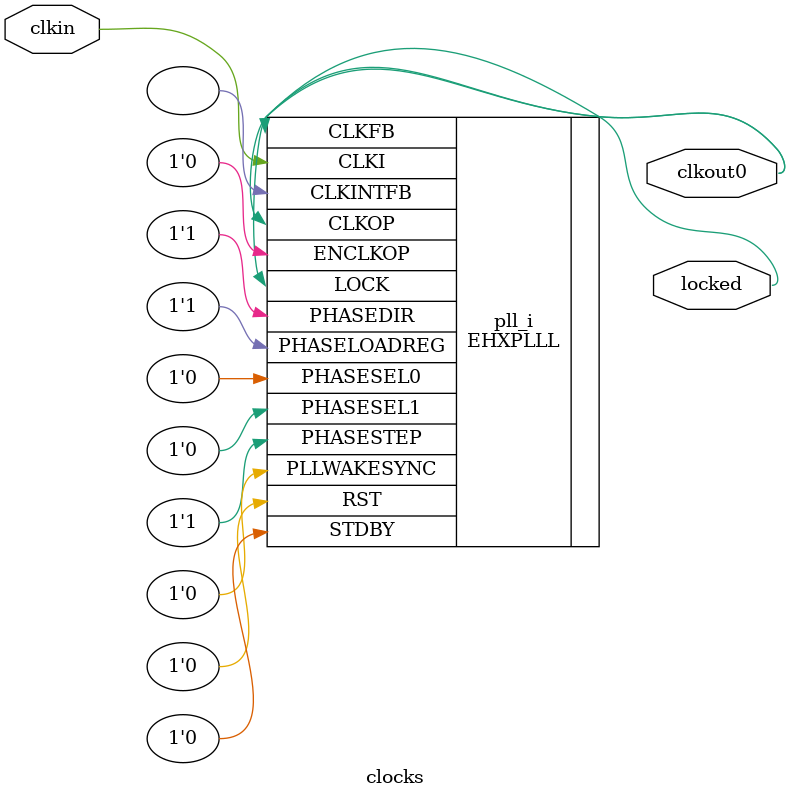
<source format=sv>
module clocks
(
    input clkin, // 25 MHz, 0 deg
    output clkout0, // 165.625 MHz, 0 deg
    output locked
);
(* FREQUENCY_PIN_CLKI="25" *)
(* FREQUENCY_PIN_CLKOP="165.625" *)
(* ICP_CURRENT="12" *) (* LPF_RESISTOR="8" *) (* MFG_ENABLE_FILTEROPAMP="1" *) (* MFG_GMCREF_SEL="2" *)
EHXPLLL #(
        .PLLRST_ENA("DISABLED"),
        .INTFB_WAKE("DISABLED"),
        .STDBY_ENABLE("DISABLED"),
        .DPHASE_SOURCE("DISABLED"),
        .OUTDIVIDER_MUXA("DIVA"),
        .OUTDIVIDER_MUXB("DIVB"),
        .OUTDIVIDER_MUXC("DIVC"),
        .OUTDIVIDER_MUXD("DIVD"),
        .CLKI_DIV(8),
        .CLKOP_ENABLE("ENABLED"),
        .CLKOP_DIV(4),
        .CLKOP_CPHASE(1),
        .CLKOP_FPHASE(0),
        .FEEDBK_PATH("CLKOP"),
        .CLKFB_DIV(53)
    ) pll_i (
        .RST(1'b0),
        .STDBY(1'b0),
        .CLKI(clkin),
        .CLKOP(clkout0),
        .CLKFB(clkout0),
        .CLKINTFB(),
        .PHASESEL0(1'b0),
        .PHASESEL1(1'b0),
        .PHASEDIR(1'b1),
        .PHASESTEP(1'b1),
        .PHASELOADREG(1'b1),
        .PLLWAKESYNC(1'b0),
        .ENCLKOP(1'b0),
        .LOCK(locked)
	);
endmodule

</source>
